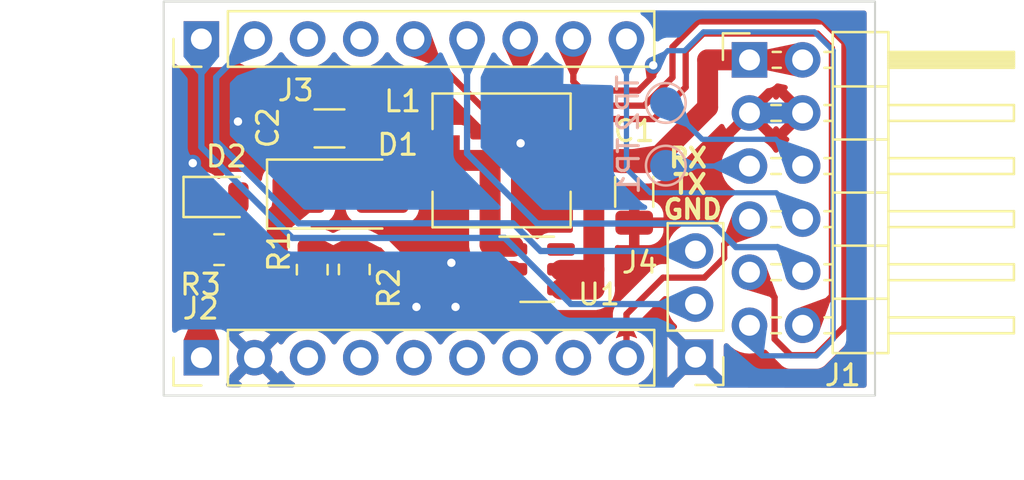
<source format=kicad_pcb>
(kicad_pcb (version 20240108) (generator "pcbnew") (generator_version "8.0")
  (layers (0 "F.Cu" signal) (31 "B.Cu" signal) (34 "B.Paste" user) (35 "F.Paste" user) (36 "B.SilkS" user "B.Silkscreen") (37 "F.SilkS" user "F.Silkscreen") (38 "B.Mask" user) (39 "F.Mask" user) (44 "Edge.Cuts" user))
  (net 0 "")
  (net 1 "GND")
  (net 2 "/A10")
  (net 3 "Net-(D1-A)")
  (net 4 "/K5")
  (net 5 "/A11")
  (net 6 "/L5")
  (net 7 "/GP3")
  (net 8 "/IO13")
  (net 9 "Net-(D2-A)")
  (net 10 "Net-(U1-FBK)")
  (net 12 "3.3V")
  (net 13 "5V")
  (net 15 "/UART_TX")
  (net 23 "/IRQn")
  (net 24 "/CSn")
  (net 25 "/UART_RX")
  (net 26 "/GP14")
  (footprint "LED_SMD:LED_0805_2012Metric" (layer "F.Cu") (at 132.6325 90.5)
    (property "Reference" "D2" (at 0.3575 -1.94 0) (layer "F.SilkS"))
    (property "Value" "green")
    (fp_line (start -1.685 -0.96) (end -1.685 0.96) (stroke (width 0.12)) (layer "F.SilkS"))
    (fp_line (start -1.685 0.96) (end 1 0.96) (stroke (width 0.12)) (layer "F.SilkS"))
    (fp_line (start 1 -0.96) (end -1.685 -0.96) (stroke (width 0.12)) (layer "F.SilkS"))
    (pad "1" smd roundrect (at -0.9375 0) (size 0.975 1.4) (layers "F.Cu" "F.Paste" "F.Mask") (net 1 "GND"))
    (pad "2" smd roundrect (at 0.9375 0) (size 0.975 1.4) (layers "F.Cu" "F.Paste" "F.Mask") (net 9 "Net-(D2-A)"))
  )
  (footprint "Resistor_SMD:R_0805_2012Metric" (layer "F.Cu") (at 139.11 93.97 -90)
    (property "Reference" "R2" (at 0.89 -1.65 90) (layer "F.SilkS"))
    (property "Value" "30k")
    (fp_line (start -0.227064 0.735) (end 0.227064 0.735) (stroke (width 0.12)) (layer "F.SilkS"))
    (fp_line (start -0.227064 -0.735) (end 0.227064 -0.735) (stroke (width 0.12)) (layer "F.SilkS"))
    (pad "1" smd roundrect (at -0.9125 0 270) (size 1.025 1.4) (layers "F.Cu" "F.Paste" "F.Mask") (roundrect_rratio 0.243902439) (net 10 "Net-(U1-FBK)"))
    (pad "2" smd roundrect (at 0.9125 0 270) (size 1.025 1.4) (layers "F.Cu" "F.Paste" "F.Mask") (roundrect_rratio 0.243902439) (net 1 "GND"))
  )
  (footprint "Connector_PinHeader_2.54mm:PinHeader_2x06_P2.54mm_Horizontal" (layer "F.Cu") (at 158 83.94)
    (property "Reference" "J1" (at 4.46 15.09 0) (layer "F.SilkS"))
    (property "Value" "PMOD")
    (fp_line (start -1.27 -1.27) (end 0 -1.27) (stroke (width 0.12)) (layer "F.SilkS"))
    (fp_line (start -1.27 0) (end -1.27 -1.27) (stroke (width 0.12)) (layer "F.SilkS"))
    (fp_line (start 1.042929 2.16) (end 1.497071 2.16) (stroke (width 0.12)) (layer "F.SilkS"))
    (fp_line (start 1.042929 2.92) (end 1.497071 2.92) (stroke (width 0.12)) (layer "F.SilkS"))
    (fp_line (start 1.042929 4.7) (end 1.497071 4.7) (stroke (width 0.12)) (layer "F.SilkS"))
    (fp_line (start 1.042929 5.46) (end 1.497071 5.46) (stroke (width 0.12)) (layer "F.SilkS"))
    (fp_line (start 1.042929 7.24) (end 1.497071 7.24) (stroke (width 0.12)) (layer "F.SilkS"))
    (fp_line (start 1.042929 8) (end 1.497071 8) (stroke (width 0.12)) (layer "F.SilkS"))
    (fp_line (start 1.042929 9.78) (end 1.497071 9.78) (stroke (width 0.12)) (layer "F.SilkS"))
    (fp_line (start 1.042929 10.54) (end 1.497071 10.54) (stroke (width 0.12)) (layer "F.SilkS"))
    (fp_line (start 1.042929 12.32) (end 1.497071 12.32) (stroke (width 0.12)) (layer "F.SilkS"))
    (fp_line (start 1.042929 13.08) (end 1.497071 13.08) (stroke (width 0.12)) (layer "F.SilkS"))
    (fp_line (start 1.11 -0.38) (end 1.497071 -0.38) (stroke (width 0.12)) (layer "F.SilkS"))
    (fp_line (start 1.11 0.38) (end 1.497071 0.38) (stroke (width 0.12)) (layer "F.SilkS"))
    (fp_line (start 3.582929 -0.38) (end 3.98 -0.38) (stroke (width 0.12)) (layer "F.SilkS"))
    (fp_line (start 3.582929 0.38) (end 3.98 0.38) (stroke (width 0.12)) (layer "F.SilkS"))
    (fp_line (start 3.582929 2.16) (end 3.98 2.16) (stroke (width 0.12)) (layer "F.SilkS"))
    (fp_line (start 3.582929 2.92) (end 3.98 2.92) (stroke (width 0.12)) (layer "F.SilkS"))
    (fp_line (start 3.582929 4.7) (end 3.98 4.7) (stroke (width 0.12)) (layer "F.SilkS"))
    (fp_line (start 3.582929 5.46) (end 3.98 5.46) (stroke (width 0.12)) (layer "F.SilkS"))
    (fp_line (start 3.582929 7.24) (end 3.98 7.24) (stroke (width 0.12)) (layer "F.SilkS"))
    (fp_line (start 3.582929 8) (end 3.98 8) (stroke (width 0.12)) (layer "F.SilkS"))
    (fp_line (start 3.582929 9.78) (end 3.98 9.78) (stroke (width 0.12)) (layer "F.SilkS"))
    (fp_line (start 3.582929 10.54) (end 3.98 10.54) (stroke (width 0.12)) (layer "F.SilkS"))
    (fp_line (start 3.582929 12.32) (end 3.98 12.32) (stroke (width 0.12)) (layer "F.SilkS"))
    (fp_line (start 3.582929 13.08) (end 3.98 13.08) (stroke (width 0.12)) (layer "F.SilkS"))
    (fp_line (start 3.98 -1.33) (end 3.98 14.03) (stroke (width 0.12)) (layer "F.SilkS"))
    (fp_line (start 3.98 1.27) (end 6.64 1.27) (stroke (width 0.12)) (layer "F.SilkS"))
    (fp_line (start 3.98 3.81) (end 6.64 3.81) (stroke (width 0.12)) (layer "F.SilkS"))
    (fp_line (start 3.98 6.35) (end 6.64 6.35) (stroke (width 0.12)) (layer "F.SilkS"))
    (fp_line (start 3.98 8.89) (end 6.64 8.89) (stroke (width 0.12)) (layer "F.SilkS"))
    (fp_line (start 3.98 11.43) (end 6.64 11.43) (stroke (width 0.12)) (layer "F.SilkS"))
    (fp_line (start 3.98 14.03) (end 6.64 14.03) (stroke (width 0.12)) (layer "F.SilkS"))
    (fp_line (start 6.64 -1.33) (end 3.98 -1.33) (stroke (width 0.12)) (layer "F.SilkS"))
    (fp_line (start 6.64 -0.38) (end 12.64 -0.38) (stroke (width 0.12)) (layer "F.SilkS"))
    (fp_line (start 6.64 -0.32) (end 12.64 -0.32) (stroke (width 0.12)) (layer "F.SilkS"))
    (fp_line (start 6.64 -0.2) (end 12.64 -0.2) (stroke (width 0.12)) (layer "F.SilkS"))
    (fp_line (start 6.64 -0.08) (end 12.64 -0.08) (stroke (width 0.12)) (layer "F.SilkS"))
    (fp_line (start 6.64 0.04) (end 12.64 0.04) (stroke (width 0.12)) (layer "F.SilkS"))
    (fp_line (start 6.64 0.16) (end 12.64 0.16) (stroke (width 0.12)) (layer "F.SilkS"))
    (fp_line (start 6.64 0.28) (end 12.64 0.28) (stroke (width 0.12)) (layer "F.SilkS"))
    (fp_line (start 6.64 2.16) (end 12.64 2.16) (stroke (width 0.12)) (layer "F.SilkS"))
    (fp_line (start 6.64 4.7) (end 12.64 4.7) (stroke (width 0.12)) (layer "F.SilkS"))
    (fp_line (start 6.64 7.24) (end 12.64 7.24) (stroke (width 0.12)) (layer "F.SilkS"))
    (fp_line (start 6.64 9.78) (end 12.64 9.78) (stroke (width 0.12)) (layer "F.SilkS"))
    (fp_line (start 6.64 12.32) (end 12.64 12.32) (stroke (width 0.12)) (layer "F.SilkS"))
    (fp_line (start 6.64 14.03) (end 6.64 -1.33) (stroke (width 0.12)) (layer "F.SilkS"))
    (fp_line (start 12.64 -0.38) (end 12.64 0.38) (stroke (width 0.12)) (layer "F.SilkS"))
    (fp_line (start 12.64 0.38) (end 6.64 0.38) (stroke (width 0.12)) (layer "F.SilkS"))
    (fp_line (start 12.64 2.16) (end 12.64 2.92) (stroke (width 0.12)) (layer "F.SilkS"))
    (fp_line (start 12.64 2.92) (end 6.64 2.92) (stroke (width 0.12)) (layer "F.SilkS"))
    (fp_line (start 12.64 4.7) (end 12.64 5.46) (stroke (width 0.12)) (layer "F.SilkS"))
    (fp_line (start 12.64 5.46) (end 6.64 5.46) (stroke (width 0.12)) (layer "F.SilkS"))
    (fp_line (start 12.64 7.24) (end 12.64 8) (stroke (width 0.12)) (layer "F.SilkS"))
    (fp_line (start 12.64 8) (end 6.64 8) (stroke (width 0.12)) (layer "F.SilkS"))
    (fp_line (start 12.64 9.78) (end 12.64 10.54) (stroke (width 0.12)) (layer "F.SilkS"))
    (fp_line (start 12.64 10.54) (end 6.64 10.54) (stroke (width 0.12)) (layer "F.SilkS"))
    (fp_line (start 12.64 12.32) (end 12.64 13.08) (stroke (width 0.12)) (layer "F.SilkS"))
    (fp_line (start 12.64 13.08) (end 6.64 13.08) (stroke (width 0.12)) (layer "F.SilkS"))
    (pad "1" thru_hole rect (at 0 0) (size 1.7 1.7) (drill 1) (layers "*.Cu" "*.Mask") (net 12 "3.3V"))
    (pad "2" thru_hole oval (at 2.54 0) (size 1.7 1.7) (drill 1) (layers "*.Cu" "*.Mask") (net 12 "3.3V"))
    (pad "3" thru_hole oval (at 0 2.54) (size 1.7 1.7) (drill 1) (layers "*.Cu" "*.Mask") (net 1 "GND"))
    (pad "4" thru_hole oval (at 2.54 2.54) (size 1.7 1.7) (drill 1) (layers "*.Cu" "*.Mask") (net 1 "GND"))
    (pad "5" thru_hole oval (at 0 5.08) (size 1.7 1.7) (drill 1) (layers "*.Cu" "*.Mask") (net 6 "/L5"))
    (pad "6" thru_hole oval (at 2.54 5.08) (size 1.7 1.7) (drill 1) (layers "*.Cu" "*.Mask") (net 4 "/K5"))
    (pad "7" thru_hole oval (at 0 7.62) (size 1.7 1.7) (drill 1) (layers "*.Cu" "*.Mask") (net 7 "/GP3"))
    (pad "8" thru_hole oval (at 2.54 7.62) (size 1.7 1.7) (drill 1) (layers "*.Cu" "*.Mask") (net 23 "/IRQn"))
    (pad "9" thru_hole oval (at 0 10.16) (size 1.7 1.7) (drill 1) (layers "*.Cu" "*.Mask") (net 8 "/IO13"))
    (pad "10" thru_hole oval (at 2.54 10.16) (size 1.7 1.7) (drill 1) (layers "*.Cu" "*.Mask") (net 24 "/CSn"))
    (pad "11" thru_hole oval (at 0 12.7) (size 1.7 1.7) (drill 1) (layers "*.Cu" "*.Mask") (net 5 "/A11"))
    (pad "12" thru_hole oval (at 2.54 12.7) (size 1.7 1.7) (drill 1) (layers "*.Cu" "*.Mask") (net 2 "/A10"))
  )
  (footprint "Resistor_SMD:R_0805_2012Metric" (layer "F.Cu") (at 132.6475 93.02)
    (property "Reference" "R3" (at -0.8875 1.67 0) (layer "F.SilkS"))
    (property "Value" "1k2")
    (fp_line (start -0.227064 -0.735) (end 0.227064 -0.735) (stroke (width 0.12)) (layer "F.SilkS"))
    (fp_line (start -0.227064 0.735) (end 0.227064 0.735) (stroke (width 0.12)) (layer "F.SilkS"))
    (pad "1" smd roundrect (at -0.9125 0) (size 1.025 1.4) (layers "F.Cu" "F.Paste" "F.Mask") (roundrect_rratio 0.243902439) (net 13 "5V"))
    (pad "2" smd roundrect (at 0.9125 0) (size 1.025 1.4) (layers "F.Cu" "F.Paste" "F.Mask") (roundrect_rratio 0.243902439) (net 9 "Net-(D2-A)"))
  )
  (footprint "Inductor_SMD:L_6.3x6.3_H3" (layer "F.Cu") (at 146.15 88.75 180)
    (property "Reference" "L1" (at 4.73 2.83 0) (layer "F.SilkS"))
    (property "Value" "4.7uH" (hide yes))
    (fp_line (start 3.3 3.2) (end -3.3 3.2) (stroke (width 0.12)) (layer "F.SilkS"))
    (fp_line (start 3.3 1.5) (end 3.3 3.2) (stroke (width 0.12)) (layer "F.SilkS"))
    (fp_line (start 3.3 -3.2) (end 3.3 -1.5) (stroke (width 0.12)) (layer "F.SilkS"))
    (fp_line (start -3.3 3.2) (end -3.3 1.5) (stroke (width 0.12)) (layer "F.SilkS"))
    (fp_line (start -3.3 -1.5) (end -3.3 -3.2) (stroke (width 0.12)) (layer "F.SilkS"))
    (fp_line (start -3.3 -3.2) (end 3.3 -3.2) (stroke (width 0.12)) (layer "F.SilkS"))
    (pad "1" smd rect (at -2.75 0 180) (size 1.5 2.4) (layers "F.Cu" "F.Paste" "F.Mask") (net 12 "3.3V"))
    (pad "2" smd rect (at 2.75 0 180) (size 1.5 2.4) (layers "F.Cu" "F.Paste" "F.Mask") (net 3 "Net-(D1-A)"))
  )
  (footprint "Connector_PinHeader_2.54mm:PinHeader_1x03_P2.54mm_Vertical" (layer "F.Cu") (at 155.42 98.165 180)
    (property "Reference" "J4" (at 2.66 4.525 0) (layer "F.SilkS"))
    (property "Value" "Conn_01x03_Pin" (hide yes))
    (fp_line (start 1.33 1.27) (end 1.33 6.41) (stroke (width 0.12)) (layer "F.SilkS"))
    (fp_line (start -1.33 6.41) (end 1.33 6.41) (stroke (width 0.12)) (layer "F.SilkS"))
    (fp_line (start -1.33 1.27) (end 1.33 1.27) (stroke (width 0.12)) (layer "F.SilkS"))
    (fp_line (start -1.33 1.27) (end -1.33 6.41) (stroke (width 0.12)) (layer "F.SilkS"))
    (fp_line (start -1.33 0) (end -1.33 -1.33) (stroke (width 0.12)) (layer "F.SilkS"))
    (fp_line (start -1.33 -1.33) (end 0 -1.33) (stroke (width 0.12)) (layer "F.SilkS"))
    (pad "1" thru_hole rect (at 0 0 180) (size 1.7 1.7) (drill 1) (layers "*.Cu" "*.Mask") (net 1 "GND"))
    (pad "2" thru_hole oval (at 0 2.54 180) (size 1.7 1.7) (drill 1) (layers "*.Cu" "*.Mask") (net 15 "/UART_TX"))
    (pad "3" thru_hole oval (at 0 5.08 180) (size 1.7 1.7) (drill 1) (layers "*.Cu" "*.Mask") (net 25 "/UART_RX"))
  )
  (footprint "Resistor_SMD:R_0805_2012Metric" (layer "F.Cu") (at 137.1 93.9775 90)
    (property "Reference" "R1" (at 0.8675 -1.59 90) (layer "F.SilkS"))
    (property "Value" "220k")
    (fp_line (start -0.227064 -0.735) (end 0.227064 -0.735) (stroke (width 0.12)) (layer "F.SilkS"))
    (fp_line (start -0.227064 0.735) (end 0.227064 0.735) (stroke (width 0.12)) (layer "F.SilkS"))
    (pad "1" smd roundrect (at -0.9125 0 90) (size 1.025 1.4) (layers "F.Cu" "F.Paste" "F.Mask") (roundrect_rratio 0.243902439) (net 13 "5V"))
    (pad "2" smd roundrect (at 0.9125 0 90) (size 1.025 1.4) (layers "F.Cu" "F.Paste" "F.Mask") (roundrect_rratio 0.243902439) (net 10 "Net-(U1-FBK)"))
  )
  (footprint "Capacitor_SMD:C_1206_3216Metric" (layer "F.Cu") (at 137.925 87.22)
    (property "Reference" "C2" (at -2.945 -0.03 90) (layer "F.SilkS"))
    (property "Value" "22uF" (hide yes))
    (fp_line (start -0.711252 -0.91) (end 0.711252 -0.91) (stroke (width 0.12)) (layer "F.SilkS"))
    (fp_line (start -0.711252 0.91) (end 0.711252 0.91) (stroke (width 0.12)) (layer "F.SilkS"))
    (pad "1" smd roundrect (at -1.475 0) (size 1.15 1.8) (layers "F.Cu" "F.Paste" "F.Mask") (roundrect_rratio 0.2173913043) (net 13 "5V"))
    (pad "2" smd roundrect (at 1.475 0) (size 1.15 1.8) (layers "F.Cu" "F.Paste" "F.Mask") (roundrect_rratio 0.2173913043) (net 1 "GND"))
  )
  (footprint "Package_TO_SOT_SMD:SOT-23-6" (layer "F.Cu") (at 147.8525 93.96)
    (property "Reference" "U1" (at 2.9525 1.2 0) (layer "F.SilkS"))
    (property "Value" "EA2208" (hide yes))
    (fp_line (start 0 -1.56) (end -1.8 -1.56) (stroke (width 0.12)) (layer "F.SilkS"))
    (fp_line (start 0 -1.56) (end 0.8 -1.56) (stroke (width 0.12)) (layer "F.SilkS"))
    (fp_line (start 0 1.56) (end -0.8 1.56) (stroke (width 0.12)) (layer "F.SilkS"))
    (fp_line (start 0 1.56) (end 0.8 1.56) (stroke (width 0.12)) (layer "F.SilkS"))
    (pad "1" smd roundrect (at -1.1375 -0.95) (size 1.325 0.6) (layers "F.Cu" "F.Paste" "F.Mask") (net 3 "Net-(D1-A)"))
    (pad "2" smd roundrect (at -1.1375 0) (size 1.325 0.6) (layers "F.Cu" "F.Paste" "F.Mask") (net 1 "GND"))
    (pad "3" smd roundrect (at -1.1375 0.95) (size 1.325 0.6) (layers "F.Cu" "F.Paste" "F.Mask") (net 10 "Net-(U1-FBK)"))
    (pad "4" smd roundrect (at 1.1375 0.95) (size 1.325 0.6) (layers "F.Cu" "F.Paste" "F.Mask") (net 12 "3.3V"))
    (pad "5" smd roundrect (at 1.1375 0) (size 1.325 0.6) (layers "F.Cu" "F.Paste" "F.Mask") (net 12 "3.3V"))
    (pad "6" smd roundrect (at 1.1375 -0.95) (size 1.325 0.6) (layers "F.Cu" "F.Paste" "F.Mask"))
  )
  (footprint "Capacitor_SMD:C_1206_3216Metric" (layer "F.Cu") (at 152.49 90.255 -90)
    (property "Reference" "C1" (at -2.91 0 0) (layer "F.SilkS"))
    (property "Value" "22uF")
    (fp_line (start -0.711252 0.91) (end 0.711252 0.91) (stroke (width 0.12)) (layer "F.SilkS"))
    (fp_line (start -0.711252 -0.91) (end 0.711252 -0.91) (stroke (width 0.12)) (layer "F.SilkS"))
    (pad "1" smd roundrect (at -1.475 0 270) (size 1.15 1.8) (layers "F.Cu" "F.Paste" "F.Mask") (roundrect_rratio 0.2173913043) (net 12 "3.3V"))
    (pad "2" smd roundrect (at 1.475 0 270) (size 1.15 1.8) (layers "F.Cu" "F.Paste" "F.Mask") (roundrect_rratio 0.2173913043) (net 1 "GND"))
  )
  (footprint "pizero_pmod:PinHeader_1x09_P2.54mm_Vertical" (layer "F.Cu") (at 131.8 82.94 90)
    (property "Reference" "J3" (at -2.46 4.51 180) (layer "F.SilkS"))
    (property "Value" "Conn_01x09_Pin" (hide yes))
    (fp_line (start -1.33 -1.33) (end 0 -1.33) (stroke (width 0.12)) (layer "F.SilkS"))
    (fp_line (start -1.33 0) (end -1.33 -1.33) (stroke (width 0.12)) (layer "F.SilkS"))
    (fp_line (start 1.33 1.27) (end 1.33 21.65) (stroke (width 0.12)) (layer "F.SilkS"))
    (fp_line (start -1.33 1.27) (end 1.33 1.27) (stroke (width 0.12)) (layer "F.SilkS"))
    (fp_line (start -1.33 1.27) (end -1.33 21.65) (stroke (width 0.12)) (layer "F.SilkS"))
    (fp_line (start -1.33 21.65) (end 1.33 21.65) (stroke (width 0.12)) (layer "F.SilkS"))
    (pad "1" thru_hole rect (at 0 0 90) (size 1.7 1.7) (drill 1) (layers "*.Cu" "*.Mask") (net 15 "/UART_TX"))
    (pad "2" thru_hole oval (at 0 2.54 90) (size 1.7 1.7) (drill 1) (layers "*.Cu" "*.Mask") (net 25 "/UART_RX"))
    (pad "3" thru_hole oval (at 0 5.08 90) (size 1.7 1.7) (drill 1) (layers "*.Cu" "*.Mask"))
    (pad "4" thru_hole oval (at 0 7.62 90) (size 1.7 1.7) (drill 1) (layers "*.Cu" "*.Mask"))
    (pad "5" thru_hole oval (at 0 10.16 90) (size 1.7 1.7) (drill 1) (layers "*.Cu" "*.Mask") (net 2 "/A10"))
    (pad "6" thru_hole oval (at 0 12.7 90) (size 1.7 1.7) (drill 1) (layers "*.Cu" "*.Mask") (net 24 "/CSn"))
    (pad "7" thru_hole oval (at 0 15.24 90) (size 1.7 1.7) (drill 1) (layers "*.Cu" "*.Mask") (net 8 "/IO13"))
    (pad "8" thru_hole oval (at 0 17.78 90) (size 1.7 1.7) (drill 1) (layers "*.Cu" "*.Mask") (net 5 "/A11"))
    (pad "9" thru_hole oval (at 0 20.32 90) (size 1.7 1.7) (drill 1) (layers "*.Cu" "*.Mask") (net 23 "/IRQn"))
  )
  (footprint "pizero_pmod:PinHeader_1x09_P2.54mm_Vertical" (layer "F.Cu") (at 131.8 98.19 90)
    (property "Reference" "J2" (at 2.35 -0.03 180) (layer "F.SilkS"))
    (property "Value" "Conn_01x09_Pin" (hide yes))
    (fp_line (start -1.33 -1.33) (end 0 -1.33) (stroke (width 0.12)) (layer "F.SilkS"))
    (fp_line (start -1.33 0) (end -1.33 -1.33) (stroke (width 0.12)) (layer "F.SilkS"))
    (fp_line (start 1.33 1.27) (end 1.33 21.65) (stroke (width 0.12)) (layer "F.SilkS"))
    (fp_line (start -1.33 1.27) (end 1.33 1.27) (stroke (width 0.12)) (layer "F.SilkS"))
    (fp_line (start -1.33 1.27) (end -1.33 21.65) (stroke (width 0.12)) (layer "F.SilkS"))
    (fp_line (start -1.33 21.65) (end 1.33 21.65) (stroke (width 0.12)) (layer "F.SilkS"))
    (pad "1" thru_hole rect (at 0 0 90) (size 1.7 1.7) (drill 1) (layers "*.Cu" "*.Mask") (net 13 "5V"))
    (pad "2" thru_hole oval (at 0 2.54 90) (size 1.7 1.7) (drill 1) (layers "*.Cu" "*.Mask") (net 1 "GND"))
    (pad "3" thru_hole oval (at 0 5.08 90) (size 1.7 1.7) (drill 1) (layers "*.Cu" "*.Mask"))
    (pad "4" thru_hole oval (at 0 7.62 90) (size 1.7 1.7) (drill 1) (layers "*.Cu" "*.Mask"))
    (pad "5" thru_hole oval (at 0 10.16 90) (size 1.7 1.7) (drill 1) (layers "*.Cu" "*.Mask"))
    (pad "6" thru_hole oval (at 0 12.7 90) (size 1.7 1.7) (drill 1) (layers "*.Cu" "*.Mask"))
    (pad "7" thru_hole oval (at 0 15.24 90) (size 1.7 1.7) (drill 1) (layers "*.Cu" "*.Mask"))
    (pad "8" thru_hole oval (at 0 17.78 90) (size 1.7 1.7) (drill 1) (layers "*.Cu" "*.Mask"))
    (pad "9" thru_hole oval (at 0 20.32 90) (size 1.7 1.7) (drill 1) (layers "*.Cu" "*.Mask") (net 26 "/GP14"))
  )
  (footprint "Diode_SMD:D_SMA" (layer "F.Cu") (at 138.45 90.36)
    (property "Reference" "D1" (at 2.74 -2.36 0) (layer "F.SilkS"))
    (property "Value" "SS34" (hide yes))
    (fp_line (start -3.51 -1.65) (end -3.51 1.65) (stroke (width 0.12)) (layer "F.SilkS"))
    (fp_line (start -3.51 -1.65) (end 2 -1.65) (stroke (width 0.12)) (layer "F.SilkS"))
    (fp_line (start -3.51 1.65) (end 2 1.65) (stroke (width 0.12)) (layer "F.SilkS"))
    (pad "1" smd roundrect (at -2 0) (size 2.5 1.8) (layers "F.Cu" "F.Paste" "F.Mask") (roundrect_rratio 0.1388888889) (net 13 "5V"))
    (pad "2" smd roundrect (at 2 0) (size 2.5 1.8) (layers "F.Cu" "F.Paste" "F.Mask") (roundrect_rratio 0.1388888889) (net 3 "Net-(D1-A)"))
  )
  (footprint "TestPoint:TestPoint_Pad_D1.5mm" (layer "B.Cu") (at 154 86 180)
    (property "Reference" "TP2" (hide yes))
    (property "Value" "TestPoint")
    (fp_circle (center 0 0) (end 0 -0.95) (stroke (width 0.12)) (fill none) (layer "B.SilkS"))
    (fp_text user "${REFERENCE}" (at 1.81 -0.02 90) (layer "B.SilkS") (effects (justify mirror)))
    (pad "1" smd circle (at 0 0 180) (size 1.5 1.5) (layers "B.Cu" "B.Mask") (net 4 "/K5"))
  )
  (footprint "TestPoint:TestPoint_Pad_D1.5mm" (layer "B.Cu") (at 154 89 180)
    (property "Reference" "TP1" (hide yes))
    (property "Value" "TestPoint")
    (fp_circle (center 0 0) (end 0 -0.95) (stroke (width 0.12)) (fill none) (layer "B.SilkS"))
    (fp_text user "${REFERENCE}" (at 1.77 -0.02 90) (layer "B.SilkS") (effects (justify mirror)))
    (pad "1" smd circle (at 0 0 180) (size 1.5 1.5) (layers "B.Cu" "B.Mask") (net 6 "/L5"))
  )
  (gr_rect (start 130 81.15) (end 164 100) (stroke (width 0.1)) (fill none) (layer "Edge.Cuts"))
  (gr_text "RX\n" (at 154.05 89.16 0) (layer "F.SilkS") (effects (font (size 0.9 0.9) (thickness 0.2) (bold yes)) (justify left bottom)))
  (gr_text "TX" (at 154.25 90.42 0) (layer "F.SilkS") (effects (font (size 0.9 0.9) (thickness 0.2) (bold yes)) (justify left bottom)))
  (gr_text "GND" (at 153.78 91.62 0) (layer "F.SilkS") (effects (font (size 0.9 0.9) (thickness 0.2) (bold yes)) (justify left bottom)))
  (segment (start 144.06 93.96) (end 143.75 93.65) (width 0.8) (layer "F.Cu") (net 1))
  (segment (start 146.715 93.96) (end 144.06 93.96) (width 0.8) (layer "F.Cu") (net 1))
  (via (at 131.39 88.88) (size 0.8) (drill 0.4) (layers "F.Cu" "B.Cu") (net 1))
  (via (at 147.06 87.93) (size 0.8) (drill 0.4) (layers "F.Cu" "B.Cu") (net 1))
  (via (at 142.08 95.76) (size 0.8) (drill 0.4) (layers "F.Cu" "B.Cu") (net 1))
  (via (at 133.55 86.89) (size 0.8) (drill 0.4) (layers "F.Cu" "B.Cu") (net 1))
  (via (at 143.95 95.76) (size 0.8) (drill 0.4) (layers "F.Cu" "B.Cu") (net 1))
  (via (at 143.75 93.65) (size 0.8) (drill 0.4) (layers "F.Cu" "B.Cu") (net 1))
  (segment (start 158 86.48) (end 160.54 86.48) (width 1) (layer "B.Cu") (net 1))
  (segment (start 145.79 86.77) (end 153.43 86.77) (width 0.3) (layer "F.Cu") (net 2))
  (segment (start 153.43 86.77) (end 154.95 85.25) (width 0.3) (layer "F.Cu") (net 2))
  (segment (start 141.96 82.94) (end 145.79 86.77) (width 0.3) (layer "F.Cu") (net 2))
  (segment (start 161.94 95.24) (end 160.54 96.64) (width 0.3) (layer "F.Cu") (net 2))
  (segment (start 155.79 82.68) (end 161.24 82.68) (width 0.3) (layer "F.Cu") (net 2))
  (segment (start 161.24 82.68) (end 161.94 83.38) (width 0.3) (layer "F.Cu") (net 2))
  (segment (start 154.95 83.52) (end 155.79 82.68) (width 0.3) (layer "F.Cu") (net 2))
  (segment (start 161.94 83.38) (end 161.94 95.24) (width 0.3) (layer "F.Cu") (net 2))
  (segment (start 154.95 85.25) (end 154.95 83.52) (width 0.3) (layer "F.Cu") (net 2))
  (segment (start 145.6 92.79) (end 145.67 92.86) (width 1) (layer "F.Cu") (net 3))
  (segment (start 145.67 92.86) (end 146.715 92.86) (width 1) (layer "F.Cu") (net 3))
  (segment (start 145.6 88.75) (end 145.6 92.79) (width 1) (layer "F.Cu") (net 3))
  (segment (start 140.45 90.36) (end 142.06 88.75) (width 1) (layer "F.Cu") (net 3))
  (segment (start 142.06 88.75) (end 145.6 88.75) (width 1) (layer "F.Cu") (net 3))
  (segment (start 155.74 87.74) (end 154 86) (width 0.25) (layer "B.Cu") (net 4))
  (segment (start 159.26 87.74) (end 155.74 87.74) (width 0.25) (layer "B.Cu") (net 4))
  (segment (start 160.54 89.02) (end 159.26 87.74) (width 0.25) (layer "B.Cu") (net 4))
  (segment (start 152.69 85.41) (end 153.4 84.7) (width 0.3) (layer "F.Cu") (net 5))
  (segment (start 153.4 84.7) (end 153.4 84.2) (width 0.3) (layer "F.Cu") (net 5))
  (segment (start 149.58 84.97) (end 150.02 85.41) (width 0.3) (layer "F.Cu") (net 5))
  (segment (start 150.02 85.41) (end 152.69 85.41) (width 0.3) (layer "F.Cu") (net 5))
  (segment (start 149.58 82.94) (end 149.58 84.97) (width 0.3) (layer "F.Cu") (net 5))
  (via (at 153.4 84.2) (size 0.8) (drill 0.4) (layers "F.Cu" "B.Cu") (net 5))
  (segment (start 162 83.5) (end 161.1 82.6) (width 0.25) (layer "B.Cu") (net 5))
  (segment (start 154.1 83.5) (end 153.4 84.2) (width 0.25) (layer "B.Cu") (net 5))
  (segment (start 155.8 82.6) (end 154.9 83.5) (width 0.25) (layer "B.Cu") (net 5))
  (segment (start 158 96.64) (end 157.84 96.8) (width 0.25) (layer "B.Cu") (net 5))
  (segment (start 161.2 98.1) (end 162 97.3) (width 0.25) (layer "B.Cu") (net 5))
  (segment (start 158 96.64) (end 158 97.5) (width 0.25) (layer "B.Cu") (net 5))
  (segment (start 161.1 82.6) (end 155.8 82.6) (width 0.25) (layer "B.Cu") (net 5))
  (segment (start 162 97.3) (end 162 83.5) (width 0.25) (layer "B.Cu") (net 5))
  (segment (start 158.6 98.1) (end 161.2 98.1) (width 0.25) (layer "B.Cu") (net 5))
  (segment (start 158 97.5) (end 158.6 98.1) (width 0.25) (layer "B.Cu") (net 5))
  (segment (start 154.9 83.5) (end 154.1 83.5) (width 0.25) (layer "B.Cu") (net 5))
  (segment (start 154.02 89.02) (end 154 89) (width 0.25) (layer "B.Cu") (net 6))
  (segment (start 158 89.02) (end 154.02 89.02) (width 0.25) (layer "B.Cu") (net 6))
  (segment (start 152.12 96.11) (end 153.87 94.36) (width 0.3) (layer "F.Cu") (net 7))
  (segment (start 156.79 92.77) (end 158 91.56) (width 0.3) (layer "F.Cu") (net 7))
  (segment (start 153.87 94.36) (end 155.842057 94.36) (width 0.3) (layer "F.Cu") (net 7))
  (segment (start 156.79 93.412057) (end 156.79 92.77) (width 0.3) (layer "F.Cu") (net 7))
  (segment (start 152.12 98.19) (end 152.12 96.11) (width 0.3) (layer "F.Cu") (net 7))
  (segment (start 155.842057 94.36) (end 156.79 93.412057) (width 0.3) (layer "F.Cu") (net 7))
  (segment (start 159.2 95.3) (end 158 94.1) (width 0.3) (layer "F.Cu") (net 8))
  (segment (start 154.32 83.32) (end 155.54 82.1) (width 0.3) (layer "F.Cu") (net 8))
  (segment (start 147.04 82.94) (end 147.04 85.3) (width 0.3) (layer "F.Cu") (net 8))
  (segment (start 162.54 83.12) (end 162.54 96.7) (width 0.3) (layer "F.Cu") (net 8))
  (segment (start 154.32 84.78) (end 154.32 83.32) (width 0.3) (layer "F.Cu") (net 8))
  (segment (start 159.97 98.07) (end 159.2 97.3) (width 0.3) (layer "F.Cu") (net 8))
  (segment (start 147.04 85.3) (end 147.87 86.13) (width 0.3) (layer "F.Cu") (net 8))
  (segment (start 161.52 82.1) (end 162.54 83.12) (width 0.3) (layer "F.Cu") (net 8))
  (segment (start 152.97 86.13) (end 154.32 84.78) (width 0.3) (layer "F.Cu") (net 8))
  (segment (start 155.54 82.1) (end 161.52 82.1) (width 0.3) (layer "F.Cu") (net 8))
  (segment (start 159.2 97.3) (end 159.2 95.3) (width 0.3) (layer "F.Cu") (net 8))
  (segment (start 147.87 86.13) (end 152.97 86.13) (width 0.3) (layer "F.Cu") (net 8))
  (segment (start 161.17 98.07) (end 159.97 98.07) (width 0.3) (layer "F.Cu") (net 8))
  (segment (start 162.54 96.7) (end 161.17 98.07) (width 0.3) (layer "F.Cu") (net 8))
  (segment (start 133.56 90.51) (end 133.57 90.5) (width 0.3) (layer "F.Cu") (net 9))
  (segment (start 133.56 93.02) (end 133.56 90.51) (width 0.3) (layer "F.Cu") (net 9))
  (segment (start 146.715 94.91) (end 142.16 94.91) (width 0.3) (layer "F.Cu") (net 10))
  (segment (start 137.1 93.065) (end 139.1025 93.065) (width 0.3) (layer "F.Cu") (net 10))
  (segment (start 139.1025 93.065) (end 139.11 93.0575) (width 0.3) (layer "F.Cu") (net 10))
  (segment (start 140.3075 93.0575) (end 139.11 93.0575) (width 0.3) (layer "F.Cu") (net 10))
  (segment (start 142.16 94.91) (end 140.3075 93.0575) (width 0.3) (layer "F.Cu") (net 10))
  (segment (start 150.56 93.96) (end 150.51 94.01) (width 1) (layer "F.Cu") (net 12))
  (segment (start 150.56 88.75) (end 152.46 88.75) (width 1) (layer "F.Cu") (net 12))
  (segment (start 153.43 88.78) (end 156 86.21) (width 1) (layer "F.Cu") (net 12))
  (segment (start 152.46 88.75) (end 152.49 88.78) (width 1) (layer "F.Cu") (net 12))
  (segment (start 150.56 94.9) (end 150.57 94.91) (width 1) (layer "F.Cu") (net 12))
  (segment (start 152.49 88.78) (end 153.43 88.78) (width 1) (layer "F.Cu") (net 12))
  (segment (start 156 83.94) (end 160.54 83.94) (width 1) (layer "F.Cu") (net 12))
  (segment (start 150.57 94.91) (end 148.99 94.91) (width 1) (layer "F.Cu") (net 12))
  (segment (start 150.56 88.75) (end 150.56 93.96) (width 1) (layer "F.Cu") (net 12))
  (segment (start 150.51 94.01) (end 148.99 94.01) (width 1) (layer "F.Cu") (net 12))
  (segment (start 148.9 88.75) (end 150.56 88.75) (width 1) (layer "F.Cu") (net 12))
  (segment (start 156 86.21) (end 156 83.94) (width 1) (layer "F.Cu") (net 12))
  (segment (start 150.56 93.96) (end 150.56 94.9) (width 1) (layer "F.Cu") (net 12))
  (segment (start 136.45 87.22) (end 136.45 90.36) (width 1) (layer "F.Cu") (net 13))
  (segment (start 135.43 94.89) (end 135.43 91.38) (width 1) (layer "F.Cu") (net 13))
  (segment (start 131.8 98.19) (end 131.8 94.91) (width 1) (layer "F.Cu") (net 13))
  (segment (start 137.1 94.89) (end 135.43 94.89) (width 1) (layer "F.Cu") (net 13))
  (segment (start 131.76 94.91) (end 131.735 94.885) (width 1) (layer "F.Cu") (net 13))
  (segment (start 135.43 94.89) (end 131.78 94.89) (width 1) (layer "F.Cu") (net 13))
  (segment (start 131.8 94.91) (end 131.78 94.89) (width 1) (layer "F.Cu") (net 13))
  (segment (start 135.43 91.38) (end 136.45 90.36) (width 1) (layer "F.Cu") (net 13))
  (segment (start 131.735 94.885) (end 131.735 93.02) (width 1) (layer "F.Cu") (net 13))
  (segment (start 131.78 94.89) (end 131.76 94.91) (width 1) (layer "F.Cu") (net 13))
  (segment (start 136.15 92.46) (end 131.8 88.11) (width 0.3) (layer "B.Cu") (net 15))
  (segment (start 149.465 95.625) (end 146.3 92.46) (width 0.3) (layer "B.Cu") (net 15))
  (segment (start 146.3 92.46) (end 136.15 92.46) (width 0.3) (layer "B.Cu") (net 15))
  (segment (start 131.8 88.11) (end 131.8 82.94) (width 0.3) (layer "B.Cu") (net 15))
  (segment (start 155.42 95.625) (end 149.465 95.625) (width 0.3) (layer "B.Cu") (net 15))
  (segment (start 152.12 89.15) (end 152.12 82.94) (width 0.25) (layer "B.Cu") (net 23))
  (segment (start 153.27 90.3) (end 152.12 89.15) (width 0.25) (layer "B.Cu") (net 23))
  (segment (start 159.28 90.3) (end 153.27 90.3) (width 0.25) (layer "B.Cu") (net 23))
  (segment (start 160.54 91.56) (end 159.28 90.3) (width 0.25) (layer "B.Cu") (net 23))
  (segment (start 160.54 94.1) (end 159.34 92.9) (width 0.3) (layer "B.Cu") (net 24))
  (segment (start 156.23 91.77) (end 147.85 91.77) (width 0.3) (layer "B.Cu") (net 24))
  (segment (start 147.85 91.77) (end 144.5 88.42) (width 0.3) (layer "B.Cu") (net 24))
  (segment (start 157.36 92.9) (end 156.23 91.77) (width 0.3) (layer "B.Cu") (net 24))
  (segment (start 159.34 92.9) (end 157.36 92.9) (width 0.3) (layer "B.Cu") (net 24))
  (segment (start 144.5 88.42) (end 144.5 82.94) (width 0.3) (layer "B.Cu") (net 24))
  (segment (start 132.51 84.77) (end 134.34 82.94) (width 0.3) (layer "B.Cu") (net 25))
  (segment (start 146.69 91.76) (end 136.44 91.76) (width 0.3) (layer "B.Cu") (net 25))
  (segment (start 148.015 93.085) (end 146.69 91.76) (width 0.3) (layer "B.Cu") (net 25))
  (segment (start 136.44 91.76) (end 132.51 87.83) (width 0.3) (layer "B.Cu") (net 25))
  (segment (start 132.51 87.83) (end 132.51 84.77) (width 0.3) (layer "B.Cu") (net 25))
  (segment (start 155.42 93.085) (end 148.015 93.085) (width 0.3) (layer "B.Cu") (net 25))
  (zone (net 1) (net_name "GND") (layers "F&B.Cu") (connect_pads (clearance 0.5)) (min_thickness 0.25) (fill yes (thermal_gap 0.5) (thermal_bridge_width 0.5))
    (polygon (pts (xy 163.6 81.58) (xy 163.6 99.63) (xy 130.4 99.6) (xy 130.4 81.55)))
  )
  (zone (net 0) (net_name "") (layer "B.Cu") (connect_pads (clearance 0)) (min_thickness 0.25)
    (keepout (tracks allowed) (vias allowed) (pads allowed) (copperpour not_allowed) (footprints allowed))
    (fill (thermal_gap 0.5) (thermal_bridge_width 0.5))
    (polygon (pts (xy 149.12 84.18) (xy 149.1 85.09) (xy 153.86 85.21) (xy 155.2 86.61) (xy 155.79 87.14) (xy 158.52 88.11) (xy 160.28 87.1) (xy 159.97 84.56) (xy 158.05 85.52) (xy 155.09 85.49) (xy 154.62 84.78) (xy 154.58 83.71) (xy 152.84 83.76) (xy 152.72 84.18)))
  )
)
</source>
